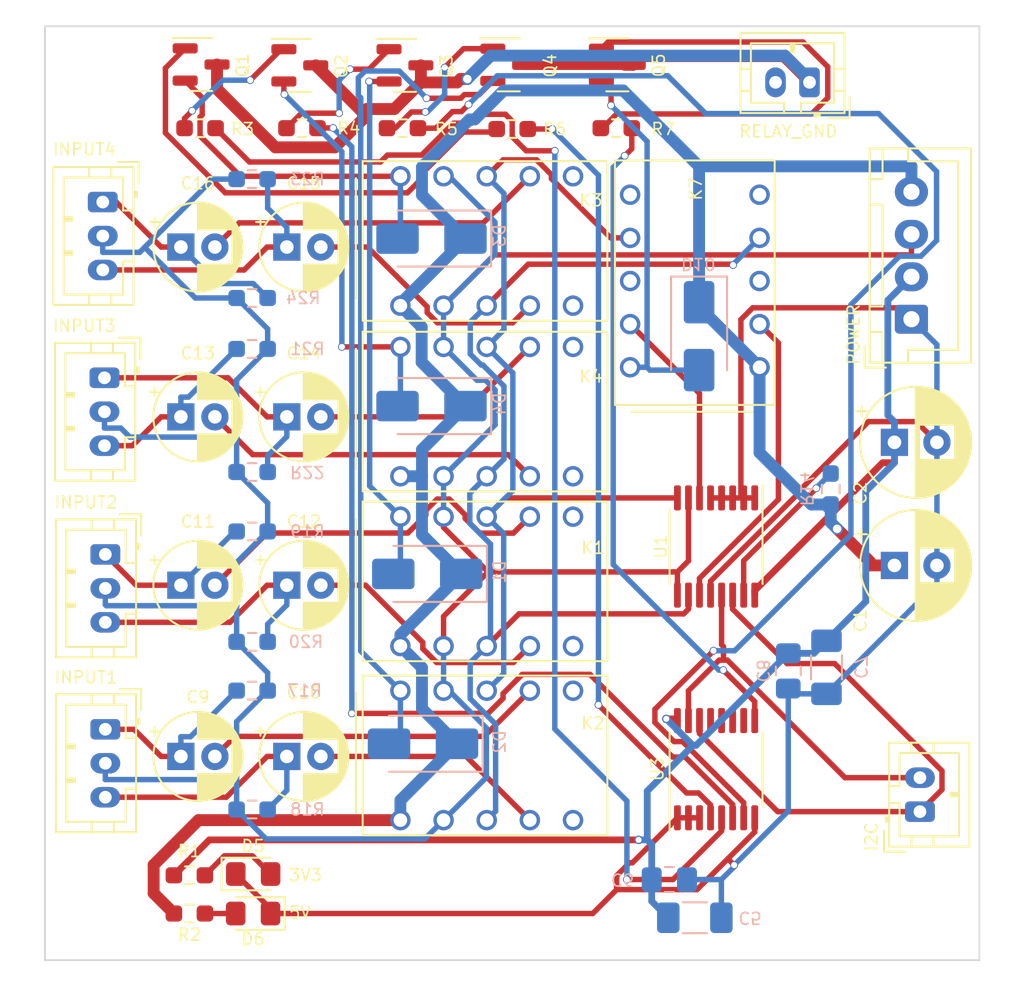
<source format=kicad_pcb>
(kicad_pcb (version 20221018) (generator pcbnew)
  (layers (0 "F.Cu" signal) (31 "B.Cu" signal) (34 "B.Paste" user) (35 "F.Paste" user) (36 "B.SilkS" user "B.Silkscreen") (37 "F.SilkS" user "F.Silkscreen") (38 "B.Mask" user) (39 "F.Mask" user) (44 "Edge.Cuts" user))
  (net 0 "")
  (net 1 "SCL")
  (net 2 "SDA")
  (net 3 "GND")
  (net 4 "AGND")
  (net 9 "FL_A")
  (net 10 "FR_A")
  (net 11 "RCA1_L")
  (net 12 "RCA1_R")
  (net 13 "RCA2_L")
  (net 14 "RCA2_R")
  (net 15 "RCA3_L")
  (net 16 "RCA4_L")
  (net 17 "RCA4_R")
  (net 18 "FR_AIN")
  (net 19 "FL_AIN")
  (net 20 "FR_AV")
  (net 21 "FL_AV")
  (net 22 "3V3")
  (net 23 "5V")
  (net 24 "Net-(D5-A)")
  (net 25 "Net-(Q1-B)")
  (net 26 "Net-(Q2-B)")
  (net 27 "Net-(Q3-B)")
  (net 28 "Net-(Q4-B)")
  (net 29 "Net-(Q5-B)")
  (net 30 "RCA4")
  (net 31 "RCA3")
  (net 32 "RCA2")
  (net 33 "RCA1")
  (net 34 "VOLCTL")
  (net 35 "Net-(U1-VCC)")
  (net 36 "Net-(D1-A)")
  (net 37 "Net-(D2-A)")
  (net 38 "Net-(D3-A)")
  (net 39 "Net-(D4-A)")
  (net 40 "Net-(D10-A)")
  (net 41 "Net-(D6-A)")
  (net 42 "Net-(J4-Pin_1)")
  (net 43 "Net-(J4-Pin_3)")
  (net 44 "Net-(J3-Pin_1)")
  (net 45 "Net-(J3-Pin_3)")
  (net 46 "Net-(J2-Pin_3)")
  (net 47 "Net-(J2-Pin_1)")
  (net 48 "RCA3_R")
  (net 49 "Net-(J1-Pin_3)")
  (net 50 "Net-(J1-Pin_1)")
  (net 51 "PGND")
  (footprint "Capacitor_THT:CP_Radial_D6.3mm_P2.50mm" (layer "F.Cu") (at 162.5 94.75)
    (fp_text reference "C1")
    (fp_text value "100u")
  )
  (footprint "Package_TO_SOT_SMD:SOT-23" (layer "F.Cu") (at 146.1875 65.27)
    (fp_text reference "Q5")
    (fp_text value "BC859")
  )
  (footprint "MountingHole:MountingHole_3.2mm_M3" (layer "F.Cu") (at 165 115.5)
    (fp_text reference "H4" hide)
    (fp_text value "MountingHole")
  )
  (footprint "Connector_JST:JST_PH_B3B-PH-K_1x03_P2.00mm_Vertical" (layer "F.Cu") (at 116 83.7 -90)
    (fp_text reference "J2" hide)
    (fp_text value "Conn_01x03_Pin")
  )
  (footprint "Resistor_SMD:R_0603_1608Metric_Pad0.98x0.95mm_HandSolder" (layer "F.Cu") (at 121.6275 69 180)
    (fp_text reference "R3")
    (fp_text value "1K")
  )
  (footprint "Components:KEMET EA2" (layer "F.Cu") (at 138.5 95.69)
    (fp_text reference "K1")
    (fp_text value "EC2-5NU")
  )
  (footprint "Resistor_SMD:R_0603_1608Metric_Pad0.98x0.95mm_HandSolder" (layer "F.Cu") (at 127.6275 69 180)
    (fp_text reference "R4")
    (fp_text value "1K")
  )
  (footprint "LED_SMD:LED_0805_2012Metric_Pad1.15x1.40mm_HandSolder" (layer "F.Cu") (at 124.755 112.925)
    (fp_text reference "D5")
    (fp_text value "YELLOW")
  )
  (footprint "Resistor_SMD:R_0603_1608Metric_Pad0.98x0.95mm_HandSolder" (layer "F.Cu") (at 121 115.25)
    (fp_text reference "R2")
    (fp_text value "670R")
  )
  (footprint "Capacitor_THT:CP_Radial_D5.0mm_P2.00mm" (layer "F.Cu") (at 120.5 86)
    (fp_text reference "C13")
    (fp_text value "10u")
  )
  (footprint "Package_SO:TSSOP-16_4.4x5mm_P0.65mm" (layer "F.Cu") (at 152 106.75 90)
    (fp_text reference "U3")
    (fp_text value "TCA9554PW")
  )
  (footprint "MountingHole:MountingHole_3.2mm_M3" (layer "F.Cu") (at 115 65.5)
    (fp_text reference "H1" hide)
    (fp_text value "MountingHole")
  )
  (footprint "Connector_JST:JST_XH_B4B-XH-A_1x04_P2.50mm_Vertical" (layer "F.Cu") (at 163.5 80.25 90)
    (fp_text reference "J12" hide)
    (fp_text value "Conn_01x04_Pin")
  )
  (footprint "Package_TO_SOT_SMD:SOT-23" (layer "F.Cu") (at 127.4975 65.3)
    (fp_text reference "Q2")
    (fp_text value "BC859")
  )
  (footprint "Connector_JST:JST_PH_B3B-PH-K_1x03_P2.00mm_Vertical" (layer "F.Cu") (at 116.05 94.1 -90)
    (fp_text reference "J3" hide)
    (fp_text value "Conn_01x03_Pin")
  )
  (footprint "Connector_JST:JST_PH_B2B-PH-K_1x02_P2.00mm_Vertical" (layer "F.Cu") (at 157.5 66.3 180)
    (fp_text reference "J19" hide)
    (fp_text value "Conn_01x02_Pin")
  )
  (footprint "Capacitor_THT:CP_Radial_D5.0mm_P2.00mm" (layer "F.Cu") (at 126.7354 86)
    (fp_text reference "C14")
    (fp_text value "10u")
  )
  (footprint "Connector_JST:JST_PH_B3B-PH-K_1x03_P2.00mm_Vertical" (layer "F.Cu") (at 116.05 104.4 -90)
    (fp_text reference "J4" hide)
    (fp_text value "Conn_01x03_Pin")
  )
  (footprint "LED_SMD:LED_0805_2012Metric_Pad1.15x1.40mm_HandSolder" (layer "F.Cu") (at 124.75 115.25 180)
    (fp_text reference "D6")
    (fp_text value "BLUE")
  )
  (footprint "Capacitor_THT:CP_Radial_D5.0mm_P2.00mm" (layer "F.Cu") (at 126.7354 106)
    (fp_text reference "C10")
    (fp_text value "10u")
  )
  (footprint "Capacitor_THT:CP_Radial_D6.3mm_P2.50mm" (layer "F.Cu") (at 162.5 87.5)
    (fp_text reference "C2")
    (fp_text value "100u")
  )
  (footprint "Resistor_SMD:R_0603_1608Metric_Pad0.98x0.95mm_HandSolder" (layer "F.Cu") (at 121 113)
    (fp_text reference "R1")
    (fp_text value "430R")
  )
  (footprint "Capacitor_THT:CP_Radial_D5.0mm_P2.00mm" (layer "F.Cu") (at 126.7354 95.9155)
    (fp_text reference "C12")
    (fp_text value "10u")
  )
  (footprint "Package_SO:TSSOP-16_4.4x5mm_P0.65mm" (layer "F.Cu") (at 152 93.6375 -90)
    (fp_text reference "U1")
    (fp_text value "DS1881")
  )
  (footprint "Package_TO_SOT_SMD:SOT-23" (layer "F.Cu") (at 133.6875 65.3)
    (fp_text reference "Q3")
    (fp_text value "BC859")
  )
  (footprint "Components:KEMET EA2" (layer "F.Cu") (at 138.5 105.94)
    (fp_text reference "K2")
    (fp_text value "KEMET ")
  )
  (footprint "Package_TO_SOT_SMD:SOT-23" (layer "F.Cu") (at 139.795 65.27)
    (fp_text reference "Q4")
    (fp_text value "BC859")
  )
  (footprint "Capacitor_THT:CP_Radial_D5.0mm_P2.00mm" (layer "F.Cu") (at 120.5 106)
    (fp_text reference "C9")
    (fp_text value "10u")
  )
  (footprint "Capacitor_THT:CP_Radial_D5.0mm_P2.00mm" (layer "F.Cu") (at 120.5 76)
    (fp_text reference "C16")
    (fp_text value "10u")
  )
  (footprint "Components:KEMET EA2" (layer "F.Cu") (at 138.5 85.69)
    (fp_text reference "K4")
    (fp_text value "EC2-5NU")
  )
  (footprint "Connector_JST:JST_PH_B2B-PH-K_1x02_P2.00mm_Vertical" (layer "F.Cu") (at 164 109.25 90)
    (fp_text reference "J11" hide)
    (fp_text value "Conn_01x02_Male")
  )
  (footprint "MountingHole:MountingHole_3.2mm_M3" (layer "F.Cu") (at 115 115.5)
    (fp_text reference "H2" hide)
    (fp_text value "MountingHole")
  )
  (footprint "MountingHole:MountingHole_3.2mm_M3" (layer "F.Cu") (at 165 65.5)
    (fp_text reference "H3" hide)
    (fp_text value "MountingHole")
  )
  (footprint "Components:KEMET EA2" (layer "F.Cu") (at 138.5 75.6433)
    (fp_text reference "K3")
    (fp_text value "EC2-5NU")
  )
  (footprint "Package_TO_SOT_SMD:SOT-23" (layer "F.Cu") (at 121.6875 65.25)
    (fp_text reference "Q1")
    (fp_text value "BC859")
  )
  (footprint "Resistor_SMD:R_0603_1608Metric_Pad0.98x0.95mm_HandSolder" (layer "F.Cu") (at 133.54 69 180)
    (fp_text reference "R5")
    (fp_text value "1K")
  )
  (footprint "Components:KEMET EA2" (layer "F.Cu") (at 150.75 78 90)
    (fp_text reference "K7")
    (fp_text value "EC2-5NU")
  )
  (footprint "Resistor_SMD:R_0603_1608Metric_Pad0.98x0.95mm_HandSolder" (layer "F.Cu") (at 146.1275 69 180)
    (fp_text reference "R7")
    (fp_text value "1K")
  )
  (footprint "Capacitor_THT:CP_Radial_D5.0mm_P2.00mm" (layer "F.Cu") (at 120.5 95.9155)
    (fp_text reference "C11")
    (fp_text value "10u")
  )
  (footprint "Capacitor_THT:CP_Radial_D5.0mm_P2.00mm" (layer "F.Cu") (at 126.7354 76)
    (fp_text reference "C15")
    (fp_text value "10u")
  )
  (footprint "Resistor_SMD:R_0603_1608Metric_Pad0.98x0.95mm_HandSolder" (layer "F.Cu") (at 140 69.05 180)
    (fp_text reference "R6")
    (fp_text value "1K")
  )
  (footprint "Connector_JST:JST_PH_B3B-PH-K_1x03_P2.00mm_Vertical" (layer "F.Cu") (at 115.9 73.35 -90)
    (fp_text reference "J1" hide)
    (fp_text value "Conn_01x03_Pin")
  )
  (footprint "Resistor_SMD:R_0603_1608Metric_Pad0.98x0.95mm_HandSolder" (layer "B.Cu") (at 124.6928 72)
    (fp_text reference "R23")
    (fp_text value "10K")
  )
  (footprint "Diode_SMD:D_SMA" (layer "B.Cu") (at 135.25 85.3667 180)
    (fp_text reference "D4")
    (fp_text value "1N4001")
  )
  (footprint "Diode_SMD:D_SMA" (layer "B.Cu") (at 135.25 75.5 180)
    (fp_text reference "D3")
    (fp_text value "1N4001")
  )
  (footprint "Resistor_SMD:R_0603_1608Metric_Pad0.98x0.95mm_HandSolder" (layer "B.Cu") (at 124.6928 99.25)
    (fp_text reference "R20")
    (fp_text value "10K")
  )
  (footprint "Diode_SMD:D_SMA" (layer "B.Cu") (at 135 95.25 180)
    (fp_text reference "D1")
    (fp_text value "1N4001")
  )
  (footprint "Diode_SMD:D_SMA" (layer "B.Cu") (at 151 81.25 -90)
    (fp_text reference "D10")
    (fp_text value "1N4001")
  )
  (footprint "Resistor_SMD:R_0603_1608Metric_Pad0.98x0.95mm_HandSolder" (layer "B.Cu") (at 124.6928 92.75 180)
    (fp_text reference "R19")
    (fp_text value "10K")
  )
  (footprint "Resistor_SMD:R_0603_1608Metric_Pad0.98x0.95mm_HandSolder" (layer "B.Cu") (at 158.75 90.25 -90)
    (fp_text reference "R14")
    (fp_text value "0R")
  )
  (footprint "Resistor_SMD:R_0603_1608Metric_Pad0.98x0.95mm_HandSolder" (layer "B.Cu") (at 124.6928 82 180)
    (fp_text reference "R21")
    (fp_text value "10K")
  )
  (footprint "Resistor_SMD:R_0603_1608Metric_Pad0.98x0.95mm_HandSolder" (layer "B.Cu") (at 124.6928 89.25)
    (fp_text reference "R22")
    (fp_text value "10K")
  )
  (footprint "Capacitor_SMD:C_1206_3216Metric_Pad1.33x1.80mm_HandSolder" (layer "B.Cu") (at 150.75 115.5)
    (fp_text reference "C5")
    (fp_text value "10U")
  )
  (footprint "Resistor_SMD:R_0603_1608Metric_Pad0.98x0.95mm_HandSolder" (layer "B.Cu") (at 124.6928 102.1233 180)
    (fp_text reference "R17")
    (fp_text value "10K")
  )
  (footprint "Resistor_SMD:R_0603_1608Metric_Pad0.98x0.95mm_HandSolder" (layer "B.Cu") (at 124.6928 109.1233)
    (fp_text reference "R18")
    (fp_text value "10K")
  )
  (footprint "Capacitor_SMD:C_1206_3216Metric_Pad1.33x1.80mm_HandSolder" (layer "B.Cu") (at 158.5 100.75 -90)
    (fp_text reference "C7")
    (fp_text value "10U")
  )
  (footprint "Capacitor_SMD:C_0805_2012Metric_Pad1.18x1.45mm_HandSolder" (layer "B.Cu") (at 149.25 113.25)
    (fp_text reference "C6")
    (fp_text value "0.1U")
  )
  (footprint "Capacitor_SMD:C_0805_2012Metric_Pad1.18x1.45mm_HandSolder" (layer "B.Cu") (at 156.25 100.9625 -90)
    (fp_text reference "C8")
    (fp_text value "0.1U")
  )
  (footprint "Resistor_SMD:R_0603_1608Metric_Pad0.98x0.95mm_HandSolder" (layer "B.Cu") (at 124.6928 79)
    (fp_text reference "R24")
    (fp_text value "10K")
  )
  (footprint "Diode_SMD:D_SMA" (layer "B.Cu") (at 134.75 105.25 180)
    (fp_text reference "D2")
    (fp_text value "1N4001")
  )
  (gr_line (start 112.5 63) (end 112.5 118) (stroke (width 0.1)) (layer "Edge.Cuts"))
  (gr_line (start 167.5 63) (end 167.5 118) (stroke (width 0.1)) (layer "Edge.Cuts"))
  (gr_line (start 112.5 63) (end 167.5 63) (stroke (width 0.1)) (layer "Edge.Cuts"))
  (gr_line (start 167.5 118) (end 112.5 118) (stroke (width 0.1)) (layer "Edge.Cuts"))
  (gr_text "POWER" (at 160.5 83 90) (layer "F.SilkS") (effects (font (size 0.7 0.7) (thickness 0.1)) (justify left bottom)))
  (gr_text "RELAY_GND" (at 153.3 69.6) (layer "F.SilkS") (effects (font (size 0.7 0.7) (thickness 0.1)) (justify left bottom)))
  (gr_text "INPUT4" (at 112.9 70.65) (layer "F.SilkS") (effects (font (size 0.7 0.7) (thickness 0.1)) (justify left bottom)))
  (gr_text "INPUT3" (at 112.9 81.05) (layer "F.SilkS") (effects (font (size 0.7 0.7) (thickness 0.1)) (justify left bottom)))
  (gr_text "3V3" (at 126.8 113.4) (layer "F.SilkS") (effects (font (size 0.7 0.7) (thickness 0.1)) (justify left bottom)))
  (gr_text "INPUT2" (at 113 91.45) (layer "F.SilkS") (effects (font (size 0.7 0.7) (thickness 0.1)) (justify left bottom)))
  (gr_text "5V\n" (at 126.8 115.6) (layer "F.SilkS") (effects (font (size 0.7 0.7) (thickness 0.1)) (justify left bottom)))
  (gr_text "INPUT1" (at 113 101.75) (layer "F.SilkS") (effects (font (size 0.7 0.7) (thickness 0.1)) (justify left bottom)))
  (gr_text "I2C" (at 161.55 111.65 90) (layer "F.SilkS") (effects (font (size 0.7 0.7) (thickness 0.1)) (justify left bottom)))
  (segment (start 151.025 104.6446) (end 151.025 103.8875) (width 0.32) (layer "F.Cu") (net 1))
  (segment (start 165.2975 106.8475) (end 165.2975 107.9525) (width 0.32) (layer "F.Cu") (net 1))
  (segment (start 152.975 96.5) (end 152.975 97.3237) (width 0.32) (layer "F.Cu") (net 1))
  (segment (start 156.1829 100.5316) (end 158.9816 100.5316) (width 0.32) (layer "F.Cu") (net 1))
  (segment (start 152.975 97.3237) (end 156.1829 100.5316) (width 0.32) (layer "F.Cu") (net 1))
  (segment (start 165.2975 107.9525) (end 164 109.25) (width 0.32) (layer "F.Cu") (net 1))
  (segment (start 164 109.25) (end 155.6304 109.25) (width 0.32) (layer "F.Cu") (net 1))
  (segment (start 155.6304 109.25) (end 151.025 104.6446) (width 0.32) (layer "F.Cu") (net 1))
  (segment (start 158.9816 100.5316) (end 165.2975 106.8475) (width 0.32) (layer "F.Cu") (net 1))
  (segment (start 152.4363 100.3284) (end 152.4363 99.5311) (width 0.32) (layer "F.Cu") (net 2))
  (segment (start 152.4363 99.5311) (end 152.325 99.4198) (width 0.32) (layer "F.Cu") (net 2))
  (segment (start 152.4363 100.3284) (end 152.1792 100.3284) (width 0.32) (layer "F.Cu") (net 2))
  (segment (start 159.5869 107.25) (end 152.6653 100.3284) (width 0.32) (layer "F.Cu") (net 2))
  (segment (start 152.325 99.4198) (end 152.325 96.5) (width 0.32) (layer "F.Cu") (net 2))
  (segment (start 164 107.25) (end 159.5869 107.25) (width 0.32) (layer "F.Cu") (net 2))
  (segment (start 152.1792 100.3284) (end 150.375 102.1326) (width 0.32) (layer "F.Cu") (net 2))
  (segment (start 150.375 102.1326) (end 150.375 103.8875) (width 0.32) (layer "F.Cu") (net 2))
  (segment (start 152.6653 100.3284) (end 152.4363 100.3284) (width 0.32) (layer "F.Cu") (net 2))
  (segment (start 144.7403 115.25) (end 146.1485 113.8418) (width 0.32) (layer "F.Cu") (net 3))
  (segment (start 153.0663 112.3983) (end 152.693 112.025) (width 0.32) (layer "F.Cu") (net 3))
  (segment (start 154.275 110.443) (end 154.275 109.6125) (width 0.32) (layer "F.Cu") (net 3))
  (segment (start 153.4625 90.775) (end 153.4625 80.2705) (width 0.32) (layer "F.Cu") (net 3))
  (segment (start 163.7819 86.2819) (end 160.971 86.2819) (width 0.32) (layer "F.Cu") (net 3))
  (segment (start 153.625 90.775) (end 153.4625 90.775) (width 0.32) (layer "F.Cu") (net 3))
  (segment (start 154.1557 79.5773) (end 162.8273 79.5773) (width 0.32) (layer "F.Cu") (net 3))
  (segment (start 156.7832 90.569) (end 151.675 95.6772) (width 0.32) (layer "F.Cu") (net 3))
  (segment (start 162.8273 79.5773) (end 163.5 80.25) (width 0.32) (layer "F.Cu") (net 3))
  (segment (start 125.775 115.25) (end 125.775 114.97) (width 0.32) (layer "F.Cu") (net 3))
  (segment (start 149.725 109.6125) (end 150.375 109.6125) (width 0.32) (layer "F.Cu") (net 3))
  (segment (start 146.9061 112.2604) (end 146.1485 113.018) (width 0.32) (layer "F.Cu") (net 3))
  (segment (start 152.975 90.775) (end 152.325 90.775) (width 0.32) (layer "F.Cu") (net 3))
  (segment (start 152.693 112.025) (end 154.275 110.443) (width 0.32) (layer "F.Cu") (net 3))
  (segment (start 150.8762 113.8418) (end 152.693 112.025) (width 0.32) (layer "F.Cu") (net 3))
  (segment (start 150.375 109.6125) (end 151.025 109.6125) (width 0.32) (layer "F.Cu") (net 3))
  (segment (start 125.775 115.25) (end 144.7403 115.25) (width 0.32) (layer "F.Cu") (net 3))
  (segment (start 149.725 109.6125) (end 147.0771 112.2604) (width 0.32) (layer "F.Cu") (net 3))
  (segment (start 165 87.5) (end 163.7819 86.2819) (width 0.32) (layer "F.Cu") (net 3))
  (segment (start 153.4625 80.2705) (end 154.1557 79.5773) (width 0.32) (layer "F.Cu") (net 3))
  (segment (start 146.1485 113.018) (end 146.1485 113.8418) (width 0.32) (layer "F.Cu") (net 3))
  (segment (start 146.1485 113.8418) (end 150.8762 113.8418) (width 0.32) (layer "F.Cu") (net 3))
  (segment (start 154.275 90.775) (end 153.625 90.775) (width 0.32) (layer "F.Cu") (net 3))
  (segment (start 156.7832 90.4697) (end 156.7832 90.569) (width 0.32) (layer "F.Cu") (net 3))
  (segment (start 152.325 90.775) (end 151.675 90.775) (width 0.32) (layer "F.Cu") (net 3))
  (segment (start 151.675 95.6772) (end 151.675 96.5) (width 0.32) (layer "F.Cu") (net 3))
  (segment (start 147.0771 112.2604) (end 146.9061 112.2604) (width 0.32) (layer "F.Cu") (net 3))
  (segment (start 160.971 86.2819) (end 156.7832 90.4697) (width 0.32) (layer "F.Cu") (net 3))
  (segment (start 153.4625 90.775) (end 152.975 90.775) (width 0.32) (layer "F.Cu") (net 3))
  (segment (start 125.775 114.97) (end 123.73 112.925) (width 0.32) (layer "F.Cu") (net 3))
  (via (at 153.0663 112.3983) (size 0.45) (drill 0.35) (layers "F.Cu" "B.Cu") (net 3))
  (segment (start 165 81.75) (end 165 87.5) (width 0.32) (layer "B.Cu") (net 3))
  (segment (start 165 87.5) (end 165 94.75) (width 0.32) (layer "B.Cu") (net 3))
  (segment (start 156.25 102) (end 156.25 102.3125) (width 0.32) (layer "B.Cu") (net 3))
  (segment (start 150.2875 113.25) (end 152.3125 113.25) (width 0.32) (layer "B.Cu") (net 3))
  (segment (start 156.25 102.3125) (end 158.5 102.3125) (width 0.32) (layer "B.Cu") (net 3))
  (segment (start 152.3125 113.25) (end 152.3125 115.5) (width 0.32) (layer "B.Cu") (net 3))
  (segment (start 153.0663 112.4962) (end 153.0663 112.3983) (width 0.32) (layer "B.Cu") (net 3))
  (segment (start 156.25 109.2146) (end 153.0663 112.3983) (width 0.32) (layer "B.Cu") (net 3))
  (segment (start 165 94.75) (end 165 95.8125) (width 0.32) (layer "B.Cu") (net 3))
  (segment (start 165 95.8125) (end 158.5 102.3125) (width 0.32) (layer "B.Cu") (net 3))
  (segment (start 163.5 80.25) (end 165 81.75) (width 0.32) (layer "B.Cu") (net 3))
  (segment (start 152.3125 113.25) (end 153.0663 112.4962) (width 0.32) (layer "B.Cu") (net 3))
  (segment (start 156.25 102.3125) (end 156.25 109.2146) (width 0.32) (layer "B.Cu") (net 3))
  (segment (start 138.5799 95.1323) (end 135.96 92.5124) (width 0.32) (layer "F.Cu") (net 4))
  (segment (start 135.96 97.7522) (end 135.96 99.5) (width 0.32) (layer "F.Cu") (net 4))
  (segment (start 163.5 76.4619) (end 138.9514 76.4619) (width 0.32) (layer "F.Cu") (net 4))
  (segment (start 150.375 94.4823) (end 149.725 95.1323) (width 0.32) (layer "F.Cu") (net 4))
  (segment (start 138.5799 95.1323) (end 135.96 97.7522) (width 0.32) (layer "F.Cu") (net 4))
  (segment (start 163.5 75.25) (end 163.5 76.4619) (width 0.32) (layer "F.Cu") (net 4))
  (segment (start 135.96 92.5124) (end 135.96 91.88) (width 0.32) (layer "F.Cu") (net 4))
  (segment (start 149.725 95.1323) (end 149.725 96.5) (width 0.32) (layer "F.Cu") (net 4))
  (segment (start 138.9514 76.4619) (end 135.96 79.4533) (width 0.32) (layer "F.Cu") (net 4))
  (segment (start 150.375 90.775) (end 150.375 94.4823) (width 0.32) (layer "F.Cu") (net 4))
  (segment (start 149.725 95.1323) (end 138.5799 95.1323) (width 0.32) (layer "F.Cu") (net 4))
  (segment (start 116.9619 86.6619) (end 116 86.6619) (width 0.32) (layer "B.Cu") (net 4))
  (segment (start 118.3645 76.0174) (end 118.07 76.3119) (width 0.32) (layer "B.Cu") (net 4))
  (segment (start 134.8521 110.8579) (end 135.96 109.75) (width 0.32) (layer "B.Cu") (net 4))
  (segment (start 123.7803 107.3619) (end 116.05 107.3619) (width 0.32) (layer "B.Cu") (net 4))
  (segment (start 138.9856 74.5338) (end 138.9856 76.4277) (width 0.32) (layer "B.Cu") (net 4))
  (segment (start 135.96 91.88) (end 135.96 89.5) (width 0.32) (layer "B.Cu") (net 4))
  (segment (start 117.4918 87.1918) (end 116.9619 86.6619) (width 0.32) (layer "B.Cu") (net 4))
  (segment (start 116.05 106.4) (end 116.05 107.3619) (width 0.32) (layer "B.Cu") (net 4))
  (segment (start 123.7803 107.3619) (end 123.7803 109.1233) (width 0.32) (layer "B.Cu") (net 4))
  (segment (start 123.7803 79) (end 121.3471 79) (width 0.32) (layer "B.Cu") (net 4))
  (segment (start 115.9 75.35) (end 115.9 76.3119) (width 0.32) (layer "B.Cu") (net 4))
  (segment (start 138.4275 83.8437) (end 137.9237 83.8437) (width 0.32) (layer "B.Cu") (net 4))
  (segment (start 125.6053 80.825) (end 123.7803 79) (width 0.32) (layer "B.Cu") (net 4))
  (segment (start 123.7803 97.1226) (end 123.7803 99.25) (width 0.32) (layer "B.Cu") (net 4))
  (segment (start 116.1107 97.1226) (end 116.05 97.0619) (width 0.32) (layer "B.Cu") (net 4))
  (segment (start 123.7803 72) (end 122.3819 72) (width 0.32) (layer "B.Cu") (net 4))
  (segment (start 125.6053 82) (end 125.6053 80.825) (width 0.32) (layer "B.Cu") (net 4))
  (segment (start 123.7803 94.575) (end 123.7803 97.1226) (width 0.32) (layer "B.Cu") (net 4))
  (segment (start 121.3471 79) (end 118.3645 76.0174) (width 0.32) (layer "B.Cu") (net 4))
  (segment (start 138.9936 84.4098) (end 138.4275 83.8437) (width 0.32) (layer "B.Cu") (net 4))
  (segment (start 135.96 81.88) (end 135.96 79.4533) (width 0.32) (layer "B.Cu") (net 4))
  (segment (start 135.96 89.5) (end 138.9936 86.4664) (width 0.32) (layer "B.Cu") (net 4))
  (segment (start 125.6053 91.075) (end 125.6053 92.75) (width 0.32) (layer "B.Cu") (net 4))
  (segment (start 123.7803 83.825) (end 123.7803 87.1918) (width 0.32) (layer "B.Cu") (net 4))
  (segment (start 123.7803 97.1226) (end 116.1107 97.1226) (width 0.32) (layer "B.Cu") (net 4))
  (segment (start 123.7803 87.1918) (end 117.4918 87.1918) (width 0.32) (layer "B.Cu") (net 4))
  (segment (start 137.9237 83.8437) (end 135.96 81.88) (width 0.32) (layer "B.Cu") (net 4))
  (segment (start 138.4814 107.2286) (end 138.4814 104.3234) (width 0.32) (layer "B.Cu") (net 4))
  (segment (start 135.96 71.8333) (end 136.2851 71.8333) (width 0.32) (layer "B.Cu") (net 4))
  (segment (start 125.5149 110.8579) (end 134.8521 110.8579) (width 0.32) (layer "B.Cu") (net 4))
  (segment (start 116.05 96.1) (end 116.05 97.0619) (width 0.32) (layer "B.Cu") (net 4))
  (segment (start 136.2851 71.8333) (end 138.9856 74.5338) (width 0.32) (layer "B.Cu") (net 4))
  (segment (start 123.7803 89.25) (end 125.6053 91.075) (width 0.32) (layer "B.Cu") (net 4))
  (segment (start 123.7803 87.1918) (end 123.7803 89.25) (width 0.32) (layer "B.Cu") (net 4))
  (segment (start 118.07 76.3119) (end 115.9 76.3119) (width 0.32) (layer "B.Cu") (net 4))
  (segment (start 123.7803 99.25) (end 125.6053 101.075) (width 0.32) (layer "B.Cu") (net 4))
  (segment (start 125.6053 92.75) (end 123.7803 94.575) (width 0.32) (layer "B.Cu") (net 4))
  (segment (start 125.6053 102.1233) (end 123.7803 103.9483) (width 0.32) (layer "B.Cu") (net 4))
  (segment (start 125.6053 82) (end 123.7803 83.825) (width 0.32) (layer "B.Cu") (net 4))
  (segment (start 138.9856 76.4277) (end 135.96 79.4533) (width 0.32) (layer "B.Cu") (net 4))
  (segment (start 135.96 109.75) (end 138.4814 107.2286) (width 0.32) (layer "B.Cu") (net 4))
  (segment (start 138.9936 86.4664) (end 138.9936 84.4098) (width 0.32) (layer "B.Cu") (net 4))
  (segment (start 125.6053 101.075) (end 125.6053 102.1233) (width 0.32) (layer "B.Cu") (net 4))
  (segment (start 123.7803 109.1233) (end 125.5149 110.8579) (width 0.32) (layer "B.Cu") (net 4))
  (segment (start 123.7803 103.9483) (end 123.7803 107.3619) (width 0.32) (layer "B.Cu") (net 4))
  (segment (start 136.288 102.13) (end 135.96 102.13) (width 0.32) (layer "B.Cu") (net 4))
  (segment (start 135.96 99.5) (end 135.96 102.13) (width 0.32) (layer "B.Cu") (net 4))
  (segment (start 116 85.7) (end 116 86.6619) (width 0.32) (layer "B.Cu") (net 4))
  (segment (start 122.3819 72) (end 118.3645 76.0174) (width 0.32) (layer "B.Cu") (net 4))
  (segment (start 138.4814 104.3234) (end 136.288 102.13) (width 0.32) (layer "B.Cu") (net 4))
  (segment (start 138.3528 104.8172) (end 141.04 102.13) (width 0.32) (layer "F.Cu") (net 11))
  (segment (start 122.5 106) (end 123.6828 104.8172) (width 0.32) (layer "F.Cu") (net 11))
  (segment (start 123.6828 104.8172) (end 138.3528 104.8172) (width 0.32) (layer "F.Cu") (net 11))
  (segment (start 137.29 106) (end 141.04 109.75) (width 0.32) (layer "F.Cu") (net 12))
  (segment (start 128.7354 106) (end 137.29 106) (width 0.32) (layer "F.Cu") (net 12))
  (segment (start 137.23 91.7705) (end 137.23 91.9852) (width 0.32) (layer "F.Cu") (net 13))
  (segment (start 134.9196 91.5078) (end 135.5826 90.8448) (width 0.32) (layer "F.Cu") (net 13))
  (segment (start 137.23 91.9852) (end 138.0939 92.8491) (width 0.32) (layer "F.Cu") (net 13))
  (segment (start 138.0939 92.8491) (end 140.0709 92.8491) (width 0.32) (layer "F.Cu") (net 13))
  (segment (start 134.9196 91.7806) (end 134.9196 91.5078) (width 0.32) (layer "F.Cu") (net 13))
  (segment (start 136.3043 90.8448) (end 137.23 91.7705) (width 0.32) (layer "F.Cu") (net 13))
  (segment (start 133.8583 92.8419) (end 134.9196 91.7806) (width 0.32) (layer "F.Cu") (net 13))
  (segment (start 125.5736 92.8419) (end 133.8583 92.8419) (width 0.32) (layer "F.Cu") (net 13))
  (segment (start 140.0709 92.8491) (end 141.04 91.88) (width 0.32) (layer "F.Cu") (net 13))
  (segment (start 122.5 95.9155) (end 125.5736 92.8419) (width 0.32) (layer "F.Cu") (net 13))
  (segment (start 135.5826 90.8448) (end 136.3043 90.8448) (width 0.32) (layer "F.Cu") (net 13))
  (segment (start 135.5559 100.4705) (end 134.74 99.6546) (width 0.32) (layer "F.Cu") (net 14))
  (segment (start 131.3672 95.9155) (end 128.7354 95.9155) (width 0.32) (layer "F.Cu") (net 14))
  (segment (start 134.74 99.2883) (end 131.3672 95.9155) (width 0.32) (layer "F.Cu") (net 14))
  (segment (start 141.04 99.5) (end 140.0695 100.4705) (width 0.32) (layer "F.Cu") (net 14))
  (segment (start 134.74 99.6546) (end 134.74 99.2883) (width 0.32) (layer "F.Cu") (net 14))
  (segment (start 140.0695 100.4705) (end 135.5559 100.4705) (width 0.32) (layer "F.Cu") (net 14))
  (segment (start 136.92 86) (end 141.04 81.88) (width 0.32) (layer "F.Cu") (net 15))
  (segment (start 128.7354 86) (end 136.92 86) (width 0.32) (layer "F.Cu") (net 15))
  (segment (start 138.2958 74.5775) (end 141.04 71.8333) (width 0.32) (layer "F.Cu") (net 16))
  (segment (start 123.9225 74.5775) (end 138.2958 74.5775) (width 0.32) (layer "F.Cu") (net 16))
  (segment (start 122.5 76) (end 123.9225 74.5775) (width 0.32) (layer "F.Cu") (net 16))
  (segment (start 140.0295 80.4638) (end 141.04 79.4533) (width 0.32) (layer "F.Cu") (net 17))
  (segment (start 131.4792 76) (end 134.9929 79.5137) (width 0.32) (layer "F.Cu") (net 17))
  (segment (start 135.6013 80.4638) (end 140.0295 80.4638) (width 0.32) (layer "F.Cu") (net 17))
  (segment (start 128.7354 76) (end 131.4792 76) (width 0.32) (layer "F.Cu") (net 17))
  (segment (start 134.9929 79.5137) (end 134.9929 79.8554) (width 0.32) (layer "F.Cu") (net 17))
  (segment (start 134.9929 79.8554) (end 135.6013 80.4638) (width 0.32) (layer "F.Cu") (net 17))
  (segment (start 138.5 79.4533) (end 140.9424 77.0109) (width 0.32) (layer "F.Cu") (net 18))
  (segment (start 150.375 96.5) (end 150.375 97.3206) (width 0.32) (layer "F.Cu") (net 18))
  (segment (start 150.375 97.3206) (end 150.0946 97.601) (width 0.32) (layer "F.Cu") (net 18))
  (segment (start 150.0946 97.601) (end 140.399 97.601) (width 0.32) (layer "F.Cu") (net 18))
  (segment (start 140.9424 77.0109) (end 152.9529 77.0109) (width 0.32) (layer "F.Cu") (net 18))
  (segment (start 140.399 97.601) (end 138.5 99.5) (width 0.32) (layer "F.Cu") (net 18))
  (segment (start 152.9529 77.0109) (end 153.0025 77.0605) (width 0.32) (layer "F.Cu") (net 18))
  (via (at 153.0025 77.0605) (size 0.45) (drill 0.35) (layers "F.Cu" "B.Cu") (net 18))
  (segment (start 138.7221 93.4921) (end 138.7221 99.2779) (width 0.32) (layer "B.Cu") (net 18))
  (segment (start 154.56 75.46) (end 153.0025 77.0175) (width 0.32) (layer "B.Cu") (net 18))
  (segment (start 137.5319 82.3003) (end 138.1776 82.946) (width 0.32) (layer "B.Cu") (net 18))
  (segment (start 138.1776 82.946) (end 138.27 82.946) (width 0.32) (layer "B.Cu") (net 18))
  (segment (start 137.5053 90.4947) (end 137.5053 92.2753) (width 0.32) (layer "B.Cu") (net 18))
  (segment (start 137.5319 80.4214) (end 137.5319 82.3003) (width 0.32) (layer "B.Cu") (net 18))
  (segment (start 138.5 79.4533) (end 137.5319 80.4214) (width 0.32) (layer "B.Cu") (net 18))
  (segment (start 153.0025 77.0175) (end 153.0025 77.0605) (width 0.32) (layer "B.Cu") (net 18))
  (segment (start 138.5 89.5) (end 137.5053 90.4947) (width 0.32) (layer "B.Cu") (net 18))
  (segment (start 138.7221 99.2779) (end 138.5 99.5) (width 0.32) (layer "B.Cu") (net 18))
  (segment (start 138.27 82.946) (end 139.5155 84.1915) (width 0.32) (layer "B.Cu") (net 18))
  (segment (start 139.5155 84.1915) (end 139.5155 88.4845) (width 0.32) (layer "B.Cu") (net 18))
  (segment (start 139.5155 88.4845) (end 138.5 89.5) (width 0.32) (layer "B.Cu") (net 18))
  (segment (start 137.5277 102.599) (end 137.5277 100.4723) (width 0.32) (layer "B.Cu") (net 18))
  (segment (start 139.0234 109.2266) (end 139.0234 104.0947) (width 0.32) (layer "B.Cu") (net 18))
  (segment (start 139.0234 104.0947) (end 137.5277 102.599) (width 0.32) (layer "B.Cu") (net 18))
  (segment (start 137.5053 92.2753) (end 138.7221 93.4921) (width 0.32) (layer "B.Cu") (net 18))
  (segment (start 138.5 109.75) (end 139.0234 109.2266) (width 0.32) (layer "B.Cu") (net 18))
  (segment (start 137.5277 100.4723) (end 138.5 99.5) (width 0.32) (layer "B.Cu") (net 18))
  (segment (start 149.725 90.775) (end 139.605 90.775) (width 0.32) (layer "F.Cu") (net 19))
  (segment (start 142.31 71.7421) (end 141.432 70.8641) (width 0.32) (layer "F.Cu") (net 19))
  (segment (start 141.432 70.8641) (end 139.4692 70.8641) (width 0.32) (layer "F.Cu") (net 19))
  (segment (start 139.605 90.775) (end 138.5 91.88) (width 0.32) (layer "F.Cu") (net 19))
  (segment (start 145.7947 75.46) (end 142.31 71.9753) (width 0.32) (layer "F.Cu") (net 19))
  (segment (start 142.31 71.9753) (end 142.31 71.7421) (width 0.32) (layer "F.Cu") (net 19))
  (segment (start 146.94 75.46) (end 145.7947 75.46) (width 0.32) (layer "F.Cu") (net 19))
  (segment (start 139.4692 70.8641) (end 138.5 71.8333) (width 0.32) (layer "F.Cu") (net 19))
  (segment (start 139.4986 92.8786) (end 139.4986 101.1314) (width 0.32) (layer "B.Cu") (net 19))
  (segment (start 139.4986 101.1314) (end 138.5 102.13) (width 0.32) (layer "B.Cu") (net 19))
  (segment (start 140.0382 83.4182) (end 140.0382 90.3418) (width 0.32) (layer "B.Cu") (net 19))
  (segment (start 139.5153 80.8647) (end 138.5 81.88) (width 0.32) (layer "B.Cu") (net 19))
  (segment (start 138.5 91.88) (end 139.4986 92.8786) (width 0.32) (layer "B.Cu") (net 19))
  (segment (start 138.5 81.88) (end 140.0382 83.4182) (width 0.32) (layer "B.Cu") (net 19))
  (segment (start 140.0382 90.3418) (end 138.5 91.88) (width 0.32) (layer "B.Cu") (net 19))
  (segment (start 138.5 71.8333) (end 139.5153 72.8486) (width 0.32) (layer "B.Cu") (net 19))
  (segment (start 139.5153 72.8486) (end 139.5153 80.8647) (width 0.32) (layer "B.Cu") (net 19))
  (segment (start 155.6697 90.863) (end 151.025 95.5077) (width 0.32) (layer "F.Cu") (net 20))
  (segment (start 154.56 80.54) (end 155.6697 81.6497) (width 0.32) (layer "F.Cu") (net 20))
  (segment (start 155.6697 81.6497) (end 155.6697 90.863) (width 0.32) (layer "F.Cu") (net 20))
  (segment (start 151.025 95.5077) (end 151.025 96.5) (width 0.32) (layer "F.Cu") (net 20))
  (segment (start 151.025 90.775) (end 151.025 84.625) (width 0.32) (layer "F.Cu") (net 21))
  (segment (start 151.025 84.625) (end 146.94 80.54) (width 0.32) (layer "F.Cu") (net 21))
  (segment (start 149.725 103.8875) (end 149.6252 103.7877) (width 0.4) (layer "F.Cu") (net 22))
  (segment (start 154.275 96.2294) (end 154.275 96.5) (width 0.4) (layer "F.Cu") (net 22))
  (segment (start 162.5 88.7019) (end 161.8025 88.7019) (width 0.4) (layer "F.Cu") (net 22))
  (segment (start 161.8025 88.7019) (end 154.275 96.2294) (width 0.4) (layer "F.Cu") (net 22))
  (segment (start 147.4416 110.913) (end 122.1745 110.913) (width 0.4) (layer "F.Cu") (net 22))
  (segment (start 149.6252 103.7877) (end 149.0726 103.7877) (width 0.4) (layer "F.Cu") (net 22))
  (segment (start 162.5 87.5) (end 162.5 88.7019) (width 0.4) (layer "F.Cu") (net 22))
  (segment (start 122.1745 110.913) (end 120.0875 113) (width 0.4) (layer "F.Cu") (net 22))
  (via (at 149.0726 103.7877) (size 0.5) (drill 0.35) (layers "F.Cu" "B.Cu") (net 22))
  (via (at 147.4416 110.913) (size 0.5) (drill 0.35) (layers "F.Cu" "B.Cu") (net 22))
  (segment (start 150.6353 105.3504) (end 147.9499 108.0358) (width 0.4) (layer "B.Cu") (net 22))
  (segment (start 157.7625 99.925) (end 156.25 99.925) (width 0.4) (layer "B.Cu") (net 22))
  (segment (start 147.9499 110.913) (end 147.4416 110.913) (width 0.4) (layer "B.Cu") (net 22))
  (segment (start 160.8106 90.3913) (end 162.5 88.7019) (width 0.4) (layer "B.Cu") (net 22))
  (segment (start 162.1113 85.9094) (end 162.1113 79.1387) (width 0.4) (layer "B.Cu") (net 22))
  (segment (start 148.2125 113.25) (end 148.2125 111.1756) (width 0.4) (layer "B.Cu") (net 22))
  (segment (start 162.5 87.5) (end 162.5 86.2981) (width 0.4) (layer "B.Cu") (net 22))
  (segment (start 160.8106 96.8769) (end 160.8106 90.3913) (width 0.4) (layer "B.Cu") (net 22))
  (segment (start 148.2125 114.525) (end 148.2125 113.25) (width 0.4) (layer "B.Cu") (net 22))
  (segment (start 147.9499 108.0358) (end 147.9499 110.913) (width 0.4) (layer "B.Cu") (net 22))
  (segment (start 162.5 86.2981) (end 162.1113 85.9094) (width 0.4) (layer "B.Cu") (net 22))
  (segment (start 148.2125 111.1756) (end 147.9499 110.913) (width 0.4) (layer "B.Cu") (net 22))
  (segment (start 158.5 99.1875) (end 160.8106 96.8769) (width 0.4) (layer "B.Cu") (net 22))
  (segment (start 156.25 99.925) (end 150.8246 105.3504) (width 0.4) (layer "B.Cu") (net 22))
  (segment (start 162.5 88.1009) (end 162.5 87.5) (width 0.4) (layer "B.Cu") (net 22))
  (segment (start 162.5 88.1009) (end 162.5 88.7019) (width 0.4) (layer "B.Cu") (net 22))
  (segment (start 162.1113 79.1387) (end 163.5 77.75) (width 0.4) (layer "B.Cu") (net 22))
  (segment (start 149.1875 115.5) (end 148.2125 114.525) (width 0.4) (layer "B.Cu") (net 22))
  (segment (start 158.5 99.1875) (end 157.7625 99.925) (width 0.4) (layer "B.Cu") (net 22))
  (segment (start 149.0726 103.7877) (end 150.6353 105.3504) (width 0.4) (layer "B.Cu") (net 22))
  (segment (start 150.8246 105.3504) (end 150.6353 105.3504) (width 0.4) (layer "B.Cu") (net 22))
  (segment (start 121.535 109.75) (end 118.8957 112.3893) (width 0.7) (layer "F.Cu") (net 23))
  (segment (start 133.42 109.75) (end 121.535 109.75) (width 0.7) (layer "F.Cu") (net 23))
  (segment (start 118.8957 114.0582) (end 120.0875 115.25) (width 0.7) (layer "F.Cu") (net 23))
  (segment (start 161.0481 94.5166) (end 161.0481 94.75) (width 0.7) (layer "F.Cu") (net 23))
  (segment (start 118.8957 112.3893) (end 118.8957 114.0582) (width 0.7) (layer "F.Cu") (net 23))
  (segment (start 159.126 92.5945) (end 161.0481 94.5166) (width 0.7) (layer "F.Cu") (net 23))
  (segment (start 162.5 94.75) (end 161.0481 94.75) (width 0.7) (layer "F.Cu") (net 23))
  (via (at 159.126 92.5945) (size 0.7) (drill 0.5) (layers "F.Cu" "B.Cu") (net 23))
  (segment (start 163.5 72.75) (end 163.5 71.2481) (width 0.7) (layer "B.Cu") (net 23))
  (segment (start 137.25 85.3667) (end 134.6719 82.7886) (width 0.7) (layer "B.Cu") (net 23))
  (segment (start 134.69 103.19) (end 134.69 100.77) (width 0.7) (layer "B.Cu") (net 23))
  (segment (start 146.5297 66.7778) (end 151 71.2481) (width 0.7) (layer "B.Cu") (net 23))
  (segment (start 158.75 91.1625) (end 158.75 92.2185) (width 0.7) (layer "B.Cu") (net 23))
  (segment (start 151 71.2481) (end 151 79.25) (width 0.7) (layer "B.Cu") (net 23))
  (segment (start 137.25 85.3667) (end 134.69 87.9267) (width 0.7) (layer "B.Cu") (net 23))
  (segment (start 134.69 89.5) (end 134.69 92.94) (width 0.7) (layer "B.Cu") (net 23))
  (segment (start 151 79.25) (end 151 79.52) (width 0.7) (layer "B.Cu") (net 23))
  (segment (start 134.6719 82.7886) (end 134.6719 80.7052) (width 0.7) (layer "B.Cu") (net 23))
  (segment (start 151 71.2481) (end 163.5 71.2481) (width 0.7) (layer "B.Cu") (net 23))
  (segment (start 133.42 98.83) (end 133.42 99.5) (width 0.7) (layer "B.Cu") (net 23))
  (segment (start 151 79.52) (end 154.56 83.08) (width 0.7) (layer "B.Cu") (net 23))
  (segment (start 137.7943 68.4845) (end 139.501 66.7778) (width 0.7) (layer "B.Cu") (net 23))
  (segment (start 134.69 72.94) (end 134.69 71.286) (width 0.7) (layer "B.Cu") (net 23))
  (segment (start 157.6124 91.1625) (end 158.75 91.1625) (width 0.7) (layer "B.Cu") (net 23))
  (segment (start 137.4915 68.4845) (end 137.7943 68.4845) (width 0.7) (layer "B.Cu") (net 23))
  (segment (start 134.69 89.5) (end 133.42 89.5) (width 0.7) (layer "B.Cu") (net 23))
  (segment (start 136.75 105.25) (end 134.69 103.19) (width 0.7) (layer "B.Cu") (net 23))
  (segment (start 158.75 92.2185) (end 159.126 92.5945) (width 0.7) (layer "B.Cu") (net 23))
  (segment (start 154.56 83.08) (end 154.56 88.1101) (width 0.7) (layer "B.Cu") (net 23))
  (segment (start 134.6719 80.7052) (end 133.42 79.4533) (width 0.7) (layer "B.Cu") (net 23))
  (segment (start 133.42 109.75) (end 133.42 108.58) (width 0.7) (layer "B.Cu") (net 23))
  (segment (start 137.25 75.5) (end 133.42 79.33) (width 0.7) (layer "B.Cu") (net 23))
  (segment (start 139.501 66.7778) (end 146.5297 66.7778) (width 0.7) (layer "B.Cu") (net 23))
  (segment (start 134.69 71.286) (end 137.4915 68.4845) (width 0.7) (layer "B.Cu") (net 23))
  (segment (start 154.56 88.1101) (end 157.6124 91.1625) (width 0.7) (layer "B.Cu") (net 23))
  (segment (start 137 95.25) (end 133.42 98.83) (width 0.7) (layer "B.Cu") (net 23))
  (segment (start 137.25 75.5) (end 134.69 72.94) (width 0.7) (layer "B.Cu") (net 23))
  (segment (start 133.42 108.58) (end 136.75 105.25) (width 0.7) (layer "B.Cu") (net 23))
  (segment (start 134.69 92.94) (end 137 95.25) (width 0.7) (layer "B.Cu") (net 23))
  (segment (start 134.69 100.77) (end 133.42 99.5) (width 0.7) (layer "B.Cu") (net 23))
  (segment (start 134.69 87.9267) (end 134.69 89.5) (width 0.7) (layer "B.Cu") (net 23))
  (segment (start 133.42 79.33) (end 133.42 79.4533) (width 0.7) (layer "B.Cu") (net 23))
  (segment (start 124.7071 111.8521) (end 123.0604 111.8521) (width 0.32) (layer "F.Cu") (net 24))
  (segment (start 123.0604 111.8521) (end 121.9125 113) (width 0.32) (layer "F.Cu") (net 24))
  (segment (start 125.78 112.925) (end 124.7071 111.8521) (width 0.32) (layer "F.Cu") (net 24))
  (segment (start 133.8326 72.8077) (end 134.69 71.9503) (width 0.32) (layer "F.Cu") (net 25))
  (segment (start 137.1319 69.2273) (end 138.9102 69.2273) (width 0.32) (layer "F.Cu") (net 25))
  (segment (start 119.5884 65.4616) (end 119.5884 69.2826) (width 0.32) (layer "F.Cu") (net 25))
  (segment (start 134.69 71.6692) (end 137.1319 69.2273) (width 0.32) (layer "F.Cu") (net 25))
  (segment (start 123.1135 72.8077) (end 133.8326 72.8077) (width 0.32) (layer "F.Cu") (net 25))
  (segment (start 119.5884 69.2826) (end 123.1135 72.8077) (width 0.32) (layer "F.Cu") (net 25))
  (segment (start 134.69 71.9503) (end 134.69 71.6692) (width 0.32) (layer "F.Cu") (net 25))
  (segment (start 120.75 64.3) (end 119.5884 65.4616) (width 0.32) (layer "F.Cu") (net 25))
  (segment (start 138.9102 69.2273) (end 139.0875 69.05) (width 0.32) (layer "F.Cu") (net 25))
  (segment (start 120.715 68.4228) (end 121.1654 67.9724) (width 0.32) (layer "F.Cu") (net 26))
  (segment (start 120.715 69) (end 120.715 68.4228) (width 0.32) (layer "F.Cu") (net 26))
  (segment (start 124.5814 66.1746) (end 126.406 64.35) (width 0.32) (layer "F.Cu") (net 26))
  (segment (start 126.406 64.35) (end 126.56 64.35) (width 0.32) (layer "F.Cu") (net 26))
  (via (at 121.1654 67.9724) (size 0.45) (drill 0.35) (layers "F.Cu" "B.Cu") (net 26))
  (via (at 124.5814 66.1746) (size 0.45) (drill 0.35) (layers "F.Cu" "B.Cu") (net 26))
  (segment (start 121.1654 67.9724) (end 122.9632 66.1746) (width 0.32) (layer "B.Cu") (net 26))
  (segment (start 122.9632 66.1746) (end 124.5814 66.1746) (width 0.32) (layer "B.Cu") (net 26))
  (segment (start 130.4587 65.5261) (end 131.5739 65.5261) (width 0.32) (layer "F.Cu") (net 27))
  (segment (start 126.715 69) (end 127.5972 68.1178) (width 0.32) (layer "F.Cu") (net 27))
  (segment (start 127.5972 68.1178) (end 129.8147 68.1178) (width 0.32) (layer "F.Cu") (net 27))
  (segment (start 131.5739 65.5261) (end 132.75 64.35) (width 0.32) (layer "F.Cu") (net 27))
  (via (at 130.4587 65.5261) (size 0.45) (drill 0.35) (layers "F.Cu" "B.Cu") (net 27))
  (via (at 129.8147 68.1178) (size 0.45) (drill 0.35) (layers "F.Cu" "B.Cu") (net 27))
  (segment (start 129.8147 68.1178) (end 129.8147 66.1701) (width 0.32) (layer "B.Cu") (net 27))
  (segment (start 129.8147 66.1701) (end 130.4587 65.5261) (width 0.32) (layer "B.Cu") (net 27))
  (segment (start 136.0256 65.4303) (end 137.1359 64.32) (width 0.32) (layer "F.Cu") (net 28))
  (segment (start 134.0699 68.0461) (end 134.8886 68.0461) (width 0.32) (layer "F.Cu") (net 28))
  (segment (start 134.8886 68.0461) (end 134.8886 68.046) (width 0.32) (layer "F.Cu") (net 28))
  (segment (start 132.6275 69) (end 133.116 69) (width 0.32) (layer "F.Cu") (net 28))
  (segment (start 137.1359 64.32) (end 138.8575 64.32) (width 0.32) (layer "F.Cu") (net 28))
  (segment (start 133.116 69) (end 134.0699 68.0461) (width 0.32) (layer "F.Cu") (net 28))
  (via (at 134.8886 68.046) (size 0.45) (drill 0.35) (layers "F.Cu" "B.Cu") (net 28))
  (via (at 136.0256 65.4303) (size 0.45) (drill 0.35) (layers "F.Cu" "B.Cu") (net 28))
  (segment (start 135.0071 68.046) (end 136.0256 67.0275) (width 0.32) (layer "B.Cu") (net 28))
  (segment (start 136.0256 67.0275) (end 136.0256 65.4303) (width 0.32) (layer "B.Cu") (net 28))
  (segment (start 134.8886 68.046) (end 135.0071 68.046) (width 0.32) (layer "B.Cu") (net 28))
  (segment (start 145.215 69) (end 145.3087 69) (width 0.32) (layer "F.Cu") (net 29))
  (segment (start 157.6234 68.1622) (end 158.5748 67.2108) (width 0.32) (layer "F.Cu") (net 29))
  (segment (start 157.1134 63.926) (end 145.644 63.926) (width 0.32) (layer "F.Cu") (net 29))
  (segment (start 145.3087 69) (end 146.1465 68.1622) (width 0.32) (layer "F.Cu") (net 29))
  (segment (start 158.5748 67.2108) (end 158.5748 65.3874) (width 0.32) (layer "F.Cu") (net 29))
  (segment (start 146.1465 68.1622) (end 157.6234 68.1622) (width 0.32) (layer "F.Cu") (net 29))
  (segment (start 158.5748 65.3874) (end 157.1134 63.926) (width 0.32) (layer "F.Cu") (net 29))
  (segment (start 145.644 63.926) (end 145.25 64.32) (width 0.32) (layer "F.Cu") (net 29))
  (segment (start 140.9125 69.05) (end 142.3565 69.05) (width 0.32) (layer "F.Cu") (net 30))
  (segment (start 150.2658 108.1508) (end 145.0766 102.9616) (width 0.32) (layer "F.Cu") (net 30))
  (segment (start 151.675 108.8561) (end 150.9697 108.1508) (width 0.32) (layer "F.Cu") (net 30))
  (segment (start 150.9697 108.1508) (end 150.2658 108.1508) (width 0.32) (layer "F.Cu") (net 30))
  (segment (start 151.675 109.6125) (end 151.675 108.8561) (width 0.32) (layer "F.Cu") (net 30))
  (via (at 145.0766 102.9616) (size 0.45) (drill 0.35) (layers "F.Cu" "B.Cu") (net 30))
  (via (at 142.3565 69.05) (size 0.45) (drill 0.35) (layers "F.Cu" "B.Cu") (net 30))
  (segment (start 145.0766 71.7701) (end 142.3565 69.05) (width 0.32) (layer "B.Cu") (net 30))
  (segment (start 145.0766 102.9616) (end 145.0766 71.7701) (width 0.32) (layer "B.Cu") (net 30))
  (segment (start 136.5417 68.7054) (end 137.5975 68.7054) (width 0.32) (layer "F.Cu") (net 31))
  (segment (start 149.4625 113.2491) (end 146.7515 113.2491) (width 0.32) (layer "F.Cu") (net 31))
  (segment (start 138.1194 68.1835) (end 139.5997 68.1835) (width 0.32) (layer "F.Cu") (net 31))
  (segment (start 139.5997 68.1835) (end 140 68.5838) (width 0.32) (layer "F.Cu") (net 31))
  (segment (start 132.6567 70.5827) (end 134.6644 70.5827) (width 0.32) (layer "F.Cu") (net 31))
  (segment (start 132.2497 70.9897) (end 132.6567 70.5827) (width 0.32) (layer "F.Cu") (net 31))
  (segment (start 140 68.5838) (end 140 69.5082) (width 0.32) (layer "F.Cu") (net 31))
  (segment (start 137.5975 68.7054) (end 138.1194 68.1835) (width 0.32) (layer "F.Cu") (net 31))
  (segment (start 152.325 110.3866) (end 149.4625 113.2491) (width 0.32) (layer "F.Cu") (net 31))
  (segment (start 140.8249 70.3331) (end 142.5089 70.3331) (width 0.32) (layer "F.Cu") (net 31))
  (segment (start 152.325 109.6125) (end 152.325 110.3866) (width 0.32) (layer "F.Cu") (net 31))
  (segment (start 124.5297 70.9897) (end 132.2497 70.9897) (width 0.32) (layer "F.Cu") (net 31))
  (segment (start 134.6644 70.5827) (end 136.5417 68.7054) (width 0.32) (layer "F.Cu") (net 31))
  (segment (start 122.54 69) (end 124.5297 70.9897) (width 0.32) (layer "F.Cu") (net 31))
  (segment (start 140 69.5082) (end 140.8249 70.3331) (width 0.32) (layer "F.Cu") (net 31))
  (via (at 146.7515 113.2491) (size 0.45) (drill 0.35) (layers "F.Cu" "B.Cu") (net 31))
  (via (at 142.5089 70.3331) (size 0.45) (drill 0.35) (layers "F.Cu" "B.Cu") (net 31))
  (segment (start 146.7515 108.6251) (end 146.7515 113.2491) (width 0.32) (layer "B.Cu") (net 31))
  (segment (start 142.5089 104.3825) (end 146.7515 108.6251) (width 0.32) (layer "B.Cu") (net 31))
  (segment (start 142.5089 70.3331) (end 142.5089 104.3825) (width 0.32) (layer "B.Cu") (net 31))
  (segment (start 128.5522 68.9878) (end 128.54 69) (width 0.32) (layer "F.Cu") (net 32))
  (segment (start 139.4619 102.5813) (end 138.578 103.4652) (width 0.32) (layer "F.Cu") (net 32))
  (segment (start 150.1822 106.0361) (end 149.4442 106.0361) (width 0.32) (layer "F.Cu") (net 32))
  (segment (start 129.456 68.9878) (end 128.5522 68.9878) (width 0.32) (layer "F.Cu") (net 32))
  (segment (start 139.4619 102.2982) (end 139.4619 102.5813) (width 0.32) (layer "F.Cu") (net 32))
  (segment (start 144.5732 101.1651) (end 140.595 101.1651) (width 0.32) (layer "F.Cu") (net 32))
  (segment (start 140.595 101.1651) (end 139.4619 102.2982) (width 0.32) (layer "F.Cu") (net 32))
  (segment (start 152.975 109.6125) (end 152.975 108.8289) (width 0.32) (layer "F.Cu") (net 32))
  (segment (start 152.975 108.8289) (end 150.1822 106.0361) (width 0.32) (layer "F.Cu") (net 32))
  (segment (start 149.4442 106.0361) (end 144.5732 101.1651) (width 0.32) (layer "F.Cu") (net 32))
  (segment (start 138.578 103.4652) (end 130.5609 103.4652) (width 0.32) (layer "F.Cu") (net 32))
  (via (at 130.5609 103.4652) (size 0.45) (drill 0.35) (layers "F.Cu" "B.Cu") (net 32))
  (via (at 129.456 68.9878) (size 0.45) (drill 0.35) (layers "F.Cu" "B.Cu") (net 32))
  (segment (start 129.456 68.9878) (end 130.5609 70.0927) (width 0.32) (layer "B.Cu") (net 32))
  (segment (start 130.5609 70.0927) (end 130.5609 103.4652) (width 0.32) (layer "B.Cu") (net 32))
  (segment (start 137.014 68.0247) (end 137.4311 67.6076) (width 0.32) (layer "F.Cu") (net 33))
  (segment (start 150.0322 105.125) (end 149.5292 105.125) (width 0.32) (layer "F.Cu") (net 33))
  (segment (start 153.625 109.6125) (end 153.625 108.7178) (width 0.32) (layer "F.Cu") (net 33))
  (segment (start 153.625 108.7178) (end 150.0322 105.125) (width 0.32) (layer "F.Cu") (net 33))
  (segment (start 136.4843 68.0247) (end 137.014 68.0247) (width 0.32) (layer "F.Cu") (net 33))
  (segment (start 134.4525 69) (end 135.509 69) (width 0.32) (layer "F.Cu") (net 33))
  (segment (start 148.3999 103.2237) (end 151.8494 99.7742) (width 0.32) (layer "F.Cu") (net 33))
  (segment (start 149.5292 105.125) (end 148.3999 103.9957) (width 0.32) (layer "F.Cu") (net 33))
  (segment (start 148.3999 103.9957) (end 148.3999 103.2237) (width 0.32) (layer "F.Cu") (net 33))
  (segment (start 135.509 69) (end 136.4843 68.0247) (width 0.32) (layer "F.Cu") (net 33))
  (via (at 137.4311 67.6076) (size 0.45) (drill 0.35) (layers "F.Cu" "B.Cu") (net 33))
  (via (at 151.8494 99.7742) (size 0.45) (drill 0.35) (layers "F.Cu" "B.Cu") (net 33))
  (segment (start 151.3849 68.1405) (end 161.5683 68.1405) (width 0.32) (layer "B.Cu") (net 33))
  (segment (start 164.0574 76.5381) (end 162.7976 76.5381) (width 0.32) (layer "B.Cu") (net 33))
  (segment (start 153.0946 99.7742) (end 151.8494 99.7742) (width 0.32) (layer "B.Cu") (net 33))
  (segment (start 164.9786 75.6169) (end 164.0574 76.5381) (width 0.32) (layer "B.Cu") (net 33))
  (segment (start 137.4311 67.6076) (end 139.1241 65.9146) (width 0.32) (layer "B.Cu") (net 33))
  (segment (start 139.1241 65.9146) (end 149.159 65.9146) (width 0.32) (layer "B.Cu") (net 33))
  (segment (start 149.159 65.9146) (end 151.3849 68.1405) (width 0.32) (layer "B.Cu") (net 33))
  (segment (start 159.9379 92.9309) (end 153.0946 99.7742) (width 0.32) (layer "B.Cu") (net 33))
  (segment (start 161.5683 68.1405) (end 164.9786 71.5508) (width 0.32) (layer "B.Cu") (net 33))
  (segment (start 164.9786 71.5508) (end 164.9786 75.6169) (width 0.32) (layer "B.Cu") (net 33))
  (segment (start 162.7976 76.5381) (end 159.9379 79.3978) (width 0.32) (layer "B.Cu") (net 33))
  (segment (start 159.9379 79.3978) (end 159.9379 92.9309) (width 0.32) (layer "B.Cu") (net 33))
  (segment (start 147.04 70.212) (end 146.624 70.628) (width 0.32) (layer "F.Cu") (net 34))
  (segment (start 152.4222 100.9153) (end 154.275 102.7681) (width 0.32) (layer "F.Cu") (net 34))
  (segment (start 147.04 69) (end 147.04 70.212) (width 0.32) (layer "F.Cu") (net 34))
  (segment (start 154.275 102.7681) (end 154.275 103.8875) (width 0.32) (layer "F.Cu") (net 34))
  (via (at 146.624 70.628) (size 0.45) (drill 0.35) (layers "F.Cu" "B.Cu") (net 34))
  (via (at 152.4222 100.9153) (size 0.45) (drill 0.35) (layers "F.Cu" "B.Cu") (net 34))
  (segment (start 152.1606 100.9153) (end 152.4222 100.9153) (width 0.32) (layer "B.Cu") (net 34))
  (segment (start 145.9457 71.3063) (end 145.9457 94.7004) (width 0.32) (layer "B.Cu") (net 34))
  (segment (start 146.624 70.628) (end 145.9457 71.3063) (width 0.32) (layer "B.Cu") (net 34))
  (segment (start 145.9457 94.7004) (end 152.1606 100.9153) (width 0.32) (layer "B.Cu") (net 34))
  (segment (start 153.625 94.477) (end 153.625 96.5) (width 0.32) (layer "F.Cu") (net 35))
  (segment (start 157.896 90.206) (end 153.625 94.477) (width 0.32) (layer "F.Cu") (net 35))
  (via (at 157.896 90.206) (size 0.45) (drill 0.35) (layers "F.Cu" "B.Cu") (net 35))
  (segment (start 158.75 89.3375) (end 157.896 90.1915) (width 0.32) (layer "B.Cu") (net 35))
  (segment (start 157.896 90.1915) (end 157.896 90.206) (width 0.32) (layer "B.Cu") (net 35))
  (segment (start 132.75 66.25) (end 131.5756 66.25) (width 0.32) (layer "F.Cu") (net 36))
  (via (at 131.5756 66.25) (size 0.45) (drill 0.35) (layers "F.Cu" "B.Cu") (net 36))
  (segment (start 131.6104 90.0704) (end 133.42 91.88) (width 0.32) (layer "B.Cu") (net 36))
  (segment (start 131.6104 66.2848) (end 131.6104 90.0704) (width 0.32) (layer "B.Cu") (net 36))
  (segment (start 133 95.25) (end 133.42 94.83) (width 0.32) (layer "B.Cu") (net 36))
  (segment (start 133.42 94.83) (end 133.42 91.88) (width 0.32) (layer "B.Cu") (net 36))
  (segment (start 131.5756 66.25) (end 131.6104 66.2848) (width 0.32) (layer "B.Cu") (net 36))
  (segment (start 138.8575 66.22) (end 138.0568 67.0207) (width 0.32) (layer "F.Cu") (net 37))
  (segment (start 137.1881 67.0207) (end 136.9706 67.2382) (width 0.32) (layer "F.Cu") (net 37))
  (segment (start 136.9706 67.2382) (end 134.9595 67.2382) (width 0.32) (layer "F.Cu") (net 37))
  (segment (start 138.0568 67.0207) (end 137.1881 67.0207) (width 0.32) (layer "F.Cu") (net 37))
  (via (at 134.9595 67.2382) (size 0.45) (drill 0.35) (layers "F.Cu" "B.Cu") (net 37))
  (segment (start 130.9432 67.0684) (end 130.9432 66.0339) (width 0.32) (layer "B.Cu") (net 37))
  (segment (start 131.0843 67.2095) (end 130.9432 67.0684) (width 0.32) (layer "B.Cu") (net 37))
  (segment (start 130.9432 66.0339) (end 131.3433 65.6338) (width 0.32) (layer "B.Cu") (net 37))
  (segment (start 132.75 105.25) (end 133.42 104.58) (width 0.32) (layer "B.Cu") (net 37))
  (segment (start 131.3433 65.6338) (end 133.3551 65.6338) (width 0.32) (layer "B.Cu") (net 37))
  (segment (start 133.42 102.13) (end 131.0843 99.7943) (width 0.32) (layer "B.Cu") (net 37))
  (segment (start 131.0843 99.7943) (end 131.0843 67.2095) (width 0.32) (layer "B.Cu") (net 37))
  (segment (start 133.3551 65.6338) (end 134.9595 67.2382) (width 0.32) (layer "B.Cu") (net 37))
  (segment (start 133.42 104.58) (end 133.42 102.13) (width 0.32) (layer "B.Cu") (net 37))
  (segment (start 124.0009 71.8333) (end 121.6275 69.4599) (width 0.32) (layer "F.Cu") (net 38))
  (segment (start 121.6275 68.3403) (end 121.7523 68.2155) (width 0.32) (layer "F.Cu") (net 38))
  (segment (start 121.7523 68.2155) (end 121.7523 67.2023) (width 0.32) (layer "F.Cu") (net 38))
  (segment (start 133.42 71.8333) (end 124.0009 71.8333) (width 0.32) (layer "F.Cu") (net 38))
  (segment (start 121.6275 69.4599) (end 121.6275 68.3403) (width 0.32) (layer "F.Cu") (net 38))
  (segment (start 121.7523 67.2023) (end 120.75 66.2) (width 0.32) (layer "F.Cu") (net 38))
  (segment (start 133.42 75.33) (end 133.42 71.8333) (width 0.32) (layer "B.Cu") (net 38))
  (segment (start 133.25 75.5) (end 133.42 75.33) (width 0.32) (layer "B.Cu") (net 38))
  (segment (start 126.56 66.9717) (end 126.5928 67.0045) (width 0.32) (layer "F.Cu") (net 39))
  (segment (start 133.42 81.88) (end 129.9739 81.88) (width 0.32) (layer "F.Cu") (net 39))
  (segment (start 126.56 66.25) (end 126.56 66.9717) (width 0.32) (layer "F.Cu") (net 39))
  (via (at 129.9739 81.88) (size 0.45) (drill 0.35) (layers "F.Cu" "B.Cu") (net 39))
  (via (at 126.5928 67.0045) (size 0.45) (drill 0.35) (layers "F.Cu" "B.Cu") (net 39))
  (segment (start 133.42 85.1967) (end 133.42 81.88) (width 0.32) (layer "B.Cu") (net 39))
  (segment (start 133.25 85.3667) (end 133.42 85.1967) (width 0.32) (layer "B.Cu") (net 39))
  (segment (start 129.9739 70.3856) (end 129.9739 81.88) (width 0.32) (layer "B.Cu") (net 39))
  (segment (start 126.5928 67.0045) (end 129.9739 70.3856) (width 0.32) (layer "B.Cu") (net 39))
  (segment (start 145.8196 67.6591) (end 145.8196 66.7896) (width 0.32) (layer "F.Cu") (net 40))
  (segment (start 145.8196 66.7896) (end 145.25 66.22) (width 0.32) (layer "F.Cu") (net 40))
  (via (at 145.8196 67.6591) (size 0.45) (drill 0.35) (layers "F.Cu" "B.Cu") (net 40))
  (segment (start 147.9397 69.7792) (end 145.8196 67.6591) (width 0.32) (layer "B.Cu") (net 40))
  (segment (start 151 83.25) (end 148.1097 83.25) (width 0.32) (layer "B.Cu") (net 40))
  (segment (start 147.9397 83.08) (end 147.9397 69.7792) (width 0.32) (layer "B.Cu") (net 40))
  (segment (start 148.1097 83.25) (end 147.9397 83.08) (width 0.32) (layer "B.Cu") (net 40))
  (segment (start 147.9397 83.08) (end 146.94 83.08) (width 0.32) (layer "B.Cu") (net 40))
  (segment (start 123.725 115.25) (end 121.9125 115.25) (width 0.32) (layer "F.Cu") (net 41))
  (segment (start 119.3381 106) (end 117.7381 104.4) (width 0.32) (layer "F.Cu") (net 42))
  (segment (start 120.5 106) (end 119.3381 106) (width 0.32) (layer "F.Cu") (net 42))
  (segment (start 117.7381 104.4) (end 116.05 104.4) (width 0.32) (layer "F.Cu") (net 42))
  (segment (start 123.7803 102.1233) (end 121.0655 104.8381) (width 0.32) (layer "B.Cu") (net 42))
  (segment (start 121.0655 104.8381) (end 120.5 104.8381) (width 0.32) (layer "B.Cu") (net 42))
  (segment (start 120.5 106) (end 120.5 104.8381) (width 0.32) (layer "B.Cu") (net 42))
  (segment (start 123.1735 108.4) (end 116.05 108.4) (width 0.32) (layer "F.Cu") (net 43))
  (segment (start 126.7354 106) (end 125.5735 106) (width 0.32) (layer "F.Cu") (net 43))
  (segment (start 125.5735 106) (end 123.1735 108.4) (width 0.32) (layer "F.Cu") (net 43))
  (segment (start 126.7354 107.9932) (end 126.7354 106) (width 0.32) (layer "B.Cu") (net 43))
  (segment (start 125.6053 109.1233) (end 126.7354 107.9932) (width 0.32) (layer "B.Cu") (net 43))
  (segment (start 120.5 95.9155) (end 117.8655 95.9155) (width 0.32) (layer "F.Cu") (net 44))
  (segment (start 117.8655 95.9155) (end 116.05 94.1) (width 0.32) (layer "F.Cu") (net 44))
  (segment (start 123.7803 92.75) (end 123.6655 92.75) (width 0.32) (layer "B.Cu") (net 44))
  (segment (start 123.6655 92.75) (end 120.5 95.9155) (width 0.32) (layer "B.Cu") (net 44))
  (segment (start 126.7354 95.9155) (end 125.5735 95.9155) (width 0.32) (layer "F.Cu") (net 45))
  (segment (start 123.389 98.1) (end 116.05 98.1) (width 0.32) (layer "F.Cu") (net 45))
  (segment (start 125.5735 95.9155) (end 123.389 98.1) (width 0.32) (layer "F.Cu") (net 45))
  (segment (start 125.6053 99.25) (end 125.6053 98.2075) (width 0.32) (layer "B.Cu") (net 45))
  (segment (start 125.6053 98.2075) (end 126.7354 97.0774) (width 0.32) (layer "B.Cu") (net 45))
  (segment (start 126.7354 95.9155) (end 126.7354 97.0774) (width 0.32) (layer "B.Cu") (net 45))
  (segment (start 117.6381 87.7) (end 116 87.7) (width 0.32) (layer "F.Cu") (net 46))
  (segment (start 120.5 86) (end 119.3381 86) (width 0.32) (layer "F.Cu") (net 46))
  (segment (start 119.3381 86) (end 117.6381 87.7) (width 0.32) (layer "F.Cu") (net 46))
  (segment (start 123.7803 82) (end 120.9422 84.8381) (width 0.32) (layer "B.Cu") (net 46))
  (segment (start 120.5 86) (end 120.5 84.8381) (width 0.32) (layer "B.Cu") (net 46))
  (segment (start 120.9422 84.8381) (end 120.5 84.8381) (width 0.32) (layer "B.Cu") (net 46))
  (segment (start 125.5735 86) (end 123.2735 83.7) (width 0.32) (layer "F.Cu") (net 47))
  (segment (start 123.2735 83.7) (end 116 83.7) (width 0.32) (layer "F.Cu") (net 47))
  (segment (start 126.7354 86) (end 125.5735 86) (width 0.32) (layer "F.Cu") (net 47))
  (segment (start 125.6053 89.25) (end 125.6053 88.292) (width 0.32) (layer "B.Cu") (net 47))
  (segment (start 126.7354 86) (end 126.7354 87.1619) (width 0.32) (layer "B.Cu") (net 47))
  (segment (start 125.6053 88.292) (end 126.7354 87.1619) (width 0.32) (layer "B.Cu") (net 47))
  (segment (start 139.7684 88.2284) (end 141.04 89.5) (width 0.32) (layer "F.Cu") (net 48))
  (segment (start 122.5 86) (end 124.7284 88.2284) (width 0.32) (layer "F.Cu") (net 48))
  (segment (start 124.7284 88.2284) (end 139.7684 88.2284) (width 0.32) (layer "F.Cu") (net 48))
  (segment (start 125.5735 76) (end 124.2235 77.35) (width 0.32) (layer "F.Cu") (net 49))
  (segment (start 124.2235 77.35) (end 115.9 77.35) (width 0.32) (layer "F.Cu") (net 49))
  (segment (start 126.7354 76) (end 125.5735 76) (width 0.32) (layer "F.Cu") (net 49))
  (segment (start 125.6053 73.708) (end 126.7354 74.8381) (width 0.32) (layer "B.Cu") (net 49))
  (segment (start 126.7354 76) (end 126.7354 74.8381) (width 0.32) (layer "B.Cu") (net 49))
  (segment (start 125.6053 72) (end 125.6053 73.708) (width 0.32) (layer "B.Cu") (net 49))
  (segment (start 120.5 76) (end 119.3381 76) (width 0.32) (layer "F.Cu") (net 50))
  (segment (start 116.6881 73.35) (end 115.9 73.35) (width 0.32) (layer "F.Cu") (net 50))
  (segment (start 119.3381 76) (end 116.6881 73.35) (width 0.32) (layer "F.Cu") (net 50))
  (segment (start 125.6053 79) (end 124.7545 78.1492) (width 0.32) (layer "B.Cu") (net 50))
  (segment (start 124.7545 78.1492) (end 122.6492 78.1492) (width 0.32) (layer "B.Cu") (net 50))
  (segment (start 122.6492 78.1492) (end 120.5 76) (width 0.32) (layer "B.Cu") (net 50))
  (segment (start 128.435 65.3) (end 131.2191 68.0841) (width 0.7) (layer "F.Cu") (net 51))
  (segment (start 134.625 65.3) (end 134.625 66.3072) (width 0.7) (layer "F.Cu") (net 51))
  (segment (start 129.5575 70.1278) (end 131.2191 68.4662) (width 0.7) (layer "F.Cu") (net 51))
  (segment (start 137.3604 66.1026) (end 136.9579 66.1026) (width 0.7) (layer "F.Cu") (net 51))
  (segment (start 140.7325 65.27) (end 146.6385 65.27) (width 0.601) (layer "F.Cu") (net 51))
  (segment (start 131.431 67.8722) (end 131.2191 68.0841) (width 0.7) (layer "F.Cu") (net 51))
  (segment (start 122.625 66.6968) (end 126.056 70.1278) (width 0.7) (layer "F.Cu") (net 51))
  (segment (start 146.6385 65.27) (end 147.125 65.27) (width 0.7) (layer "F.Cu") (net 51))
  (segment (start 133.06 67.8722) (end 131.431 67.8722) (width 0.7) (layer "F.Cu") (net 51))
  (segment (start 147.6395 64.7555) (end 156.0009 64.7555) (width 0.7) (layer "F.Cu") (net 51))
  (segment (start 136.9579 66.1026) (end 136.7533 66.3072) (width 0.7) (layer "F.Cu") (net 51))
  (segment (start 156.0009 64.7555) (end 157.5 66.2546) (width 0.7) (layer "F.Cu") (net 51))
  (segment (start 122.625 65.25) (end 122.625 66.6968) (width 0.7) (layer "F.Cu") (net 51))
  (segment (start 157.5 66.2546) (end 157.5 66.3) (width 0.7) (layer "F.Cu") (net 51))
  (segment (start 147.125 65.27) (end 147.6395 64.7555) (width 0.7) (layer "F.Cu") (net 51))
  (segment (start 134.625 66.3072) (end 133.06 67.8722) (width 0.7) (layer "F.Cu") (net 51))
  (segment (start 136.7533 66.3072) (end 134.625 66.3072) (width 0.7) (layer "F.Cu") (net 51))
  (segment (start 126.056 70.1278) (end 129.5575 70.1278) (width 0.7) (layer "F.Cu") (net 51))
  (segment (start 131.2191 68.4662) (end 131.2191 68.0841) (width 0.7) (layer "F.Cu") (net 51))
  (via (at 137.3604 66.1026) (size 0.7) (drill 0.5) (layers "F.Cu" "B.Cu") (net 51))
  (segment (start 156.0553 64.7287) (end 138.7343 64.7287) (width 0.7) (layer "B.Cu") (net 51))
  (segment (start 138.7343 64.7287) (end 137.3604 66.1026) (width 0.7) (layer "B.Cu") (net 51))
  (segment (start 157.5 66.3) (end 157.5 66.1734) (width 0.7) (layer "B.Cu") (net 51))
  (segment (start 157.5 66.1734) (end 156.0553 64.7287) (width 0.7) (layer "B.Cu") (net 51))
)
</source>
